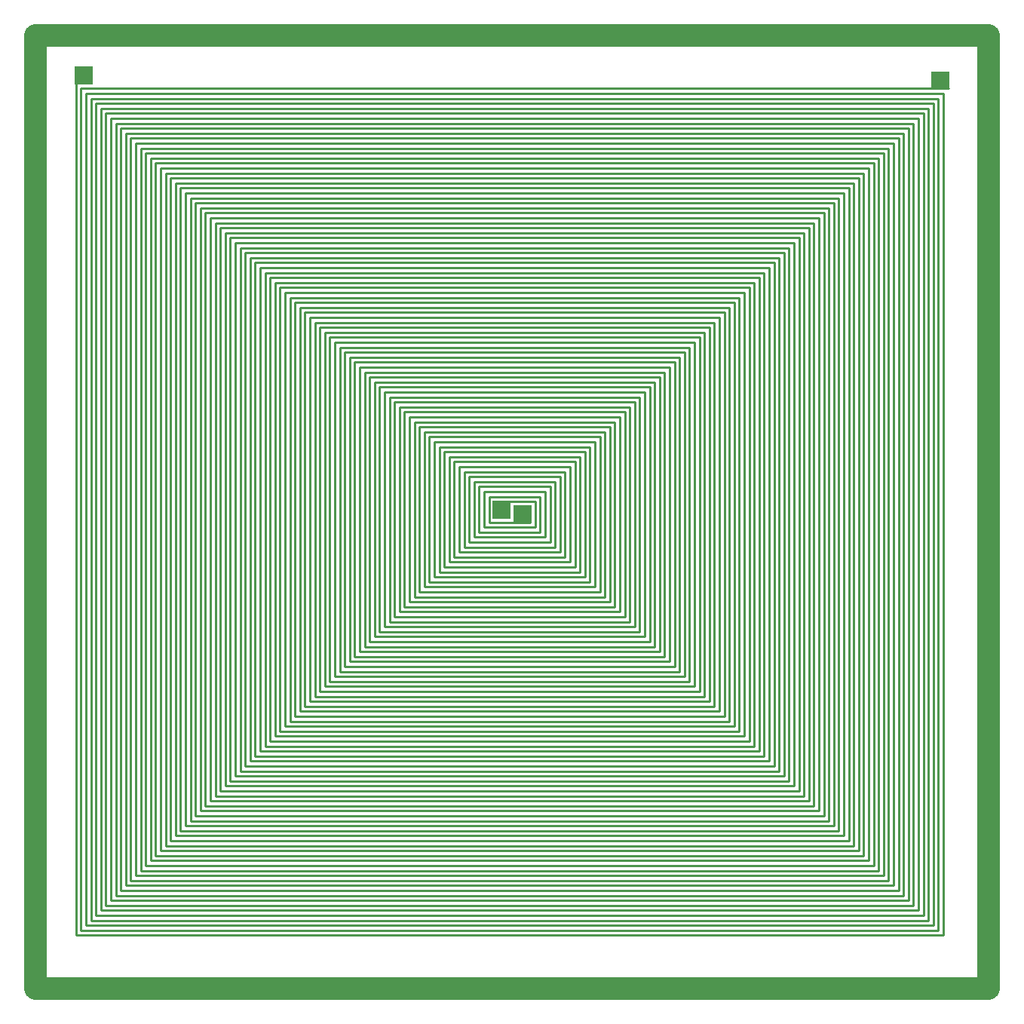
<source format=gbr>
G04 start of page 2 for group 0 idx 0 *
G04 Title: (unknown), component *
G04 Creator: pcb 1.99y *
G04 CreationDate: Mon Mar  9 18:38:30 2009 UTC *
G04 For: dj *
G04 Format: Gerber/RS-274X *
G04 PCB-Dimensions: 431200 431200 *
G04 PCB-Coordinate-Origin: lower left *
%MOIN*%
%FSLAX25Y25*%
%LNFRONT*%
%ADD11C,0.0110*%
%ADD12C,0.1000*%
%ADD13C,0.0200*%
%ADD14C,0.0300*%
G54D11*X181200Y186850D02*X247800D01*
X179000Y184650D02*X250000D01*
X176800Y182450D02*X252200D01*
X174600Y180250D02*X254400D01*
X172400Y178050D02*X256600D01*
X170200Y175850D02*X258800D01*
X168000Y173650D02*X261000D01*
X165800Y171450D02*X263200D01*
X163600Y169250D02*X265400D01*
X161400Y167050D02*X267600D01*
X159200Y164850D02*X269800D01*
X157000Y162650D02*X272000D01*
X154800Y160450D02*X274200D01*
X152600Y158250D02*X276400D01*
X150400Y156050D02*X278600D01*
X148200Y153850D02*X280800D01*
X146000Y151650D02*X283000D01*
X143800Y149450D02*X285200D01*
X141600Y147250D02*X287400D01*
X139400Y145050D02*X289600D01*
X137200Y142850D02*X291800D01*
X135000Y140650D02*X294000D01*
X132800Y138450D02*X296200D01*
X130600Y136250D02*X298400D01*
X256600Y178050D02*Y250950D01*
X258800Y175850D02*Y253150D01*
X261000Y173650D02*Y255350D01*
X263200Y171450D02*Y257550D01*
X265400Y169250D02*Y259750D01*
X267600Y167050D02*Y261950D01*
X269800Y164850D02*Y264150D01*
X272000Y162650D02*Y266350D01*
X274200Y160450D02*Y268550D01*
X276400Y158250D02*Y270750D01*
X278600Y156050D02*Y272950D01*
X280800Y153850D02*Y275150D01*
X283000Y151650D02*Y277350D01*
X285200Y149450D02*Y279550D01*
X287400Y147250D02*Y281750D01*
X289600Y145050D02*Y283950D01*
X291800Y142850D02*Y286150D01*
X294000Y140650D02*Y288350D01*
X296200Y138450D02*Y290550D01*
X298400Y136250D02*Y292750D01*
X300600Y134050D02*Y294950D01*
X302800Y131850D02*Y297150D01*
X305000Y129650D02*Y299350D01*
X307200Y127450D02*Y301550D01*
X309400Y125250D02*Y303750D01*
X311600Y123050D02*Y305950D01*
X313800Y120850D02*Y308150D01*
X316000Y118650D02*Y310350D01*
X318200Y116450D02*Y312550D01*
X320400Y114250D02*Y314750D01*
X322600Y112050D02*Y316950D01*
X324800Y109850D02*Y319150D01*
X327000Y107650D02*Y321350D01*
X329200Y105450D02*Y323550D01*
X331400Y103250D02*Y325750D01*
X333600Y101050D02*Y327950D01*
X335800Y98850D02*Y330150D01*
X338000Y96650D02*Y332350D01*
X340200Y94450D02*Y334550D01*
X342400Y92250D02*Y336750D01*
X344600Y90050D02*Y338950D01*
X346800Y87850D02*Y341150D01*
X349000Y85650D02*Y343350D01*
X351200Y83450D02*Y345550D01*
X353400Y81250D02*Y347750D01*
X355600Y79050D02*Y349950D01*
X357800Y76850D02*Y352150D01*
X360000Y74650D02*Y354350D01*
X362200Y72450D02*Y356550D01*
X364400Y70250D02*Y358750D01*
X366600Y68050D02*Y360950D01*
X368800Y65850D02*Y363150D01*
X371000Y63650D02*Y365350D01*
X373200Y61450D02*Y367550D01*
X375400Y59250D02*Y369750D01*
X128400Y134050D02*X300600D01*
X126200Y131850D02*X302800D01*
X124000Y129650D02*X305000D01*
X121800Y127450D02*X307200D01*
X119600Y125250D02*X309400D01*
X117400Y123050D02*X311600D01*
X115200Y120850D02*X313800D01*
X113000Y118650D02*X316000D01*
X110800Y116450D02*X318200D01*
X108600Y114250D02*X320400D01*
X106400Y112050D02*X322600D01*
X104200Y109850D02*X324800D01*
X102000Y107650D02*X327000D01*
X99800Y105450D02*X329200D01*
X97600Y103250D02*X331400D01*
X95400Y101050D02*X333600D01*
X93200Y98850D02*X335800D01*
X91000Y96650D02*X338000D01*
X88800Y94450D02*X340200D01*
X86600Y92250D02*X342400D01*
X84400Y90050D02*X344600D01*
X82200Y87850D02*X346800D01*
X80000Y85650D02*X349000D01*
X77800Y83450D02*X351200D01*
X75600Y81250D02*X353400D01*
X73400Y79050D02*X355600D01*
X71200Y76850D02*X357800D01*
X69000Y74650D02*X360000D01*
X66800Y72450D02*X362200D01*
X64600Y70250D02*X364400D01*
X62400Y68050D02*X366600D01*
X60200Y65850D02*X368800D01*
X58000Y63650D02*X371000D01*
X55800Y61450D02*X373200D01*
X53600Y59250D02*X375400D01*
X51400Y57050D02*X377600D01*
X201000Y206650D02*X228000D01*
X198800Y204450D02*X230200D01*
X196600Y202250D02*X232400D01*
X228000Y206650D02*Y222350D01*
X230200Y204450D02*Y224550D01*
X232400Y202250D02*Y226750D01*
X234600Y200050D02*Y228950D01*
X236800Y197850D02*Y231150D01*
X239000Y195650D02*Y233350D01*
X194400Y200050D02*X234600D01*
X192200Y197850D02*X236800D01*
X190000Y195650D02*X239000D01*
X187800Y193450D02*X241200D01*
X203200Y224550D02*X230200D01*
X201000Y226750D02*X232400D01*
X198800Y228950D02*X234600D01*
X196600Y231150D02*X236800D01*
X194400Y233350D02*X239000D01*
X192200Y235550D02*X241200D01*
X190000Y237750D02*X243400D01*
G54D12*X5000Y426200D02*X426200D01*
G54D11*X207600Y220150D02*X225800D01*
X223600Y211050D02*Y217950D01*
X205400Y222350D02*X228000D01*
X205400Y211050D02*X223600D01*
X205400D02*Y222350D01*
X203200Y208850D02*X225800D01*
X203200D02*Y224550D01*
X225800Y208850D02*Y220150D01*
X241200Y193450D02*Y235550D01*
X185600Y191250D02*X243400D01*
Y237750D01*
X183400Y189050D02*X245600D01*
X49200Y54850D02*X379800D01*
X47000Y52650D02*X382000D01*
X44800Y50450D02*X384200D01*
X42600Y48250D02*X386400D01*
X40400Y46050D02*X388600D01*
X38200Y43850D02*X390800D01*
X36000Y41650D02*X393000D01*
X33800Y39450D02*X395200D01*
X31600Y37250D02*X397400D01*
X29400Y35050D02*X399600D01*
X27200Y32850D02*X401800D01*
X25000Y30650D02*X404000D01*
X22800Y28450D02*X406200D01*
G54D12*X5000Y5000D02*X426200D01*
G54D11*X187800Y239950D02*X245600D01*
X185600Y242150D02*X247800D01*
X183400Y244350D02*X250000D01*
X181200Y246550D02*X252200D01*
X179000Y248750D02*X254400D01*
X176800Y250950D02*X256600D01*
X245600Y189050D02*Y239950D01*
X247800Y186850D02*Y242150D01*
X250000Y184650D02*Y244350D01*
X252200Y182450D02*Y246550D01*
X254400Y180250D02*Y248750D01*
X377600Y57050D02*Y371950D01*
X379800Y54850D02*Y374150D01*
X382000Y52650D02*Y376350D01*
X384200Y50450D02*Y378550D01*
X386400Y48250D02*Y380750D01*
X388600Y46050D02*Y382950D01*
X390800Y43850D02*Y385150D01*
X393000Y41650D02*Y387350D01*
X395200Y39450D02*Y389550D01*
X397400Y37250D02*Y391750D01*
X399600Y35050D02*Y393950D01*
X401800Y32850D02*Y396150D01*
X404000Y30650D02*Y398350D01*
X406200Y28450D02*Y400550D01*
G54D12*X426200Y5000D02*Y426200D01*
G54D11*X201000Y206650D02*Y226750D01*
X198800Y204450D02*Y228950D01*
X196600Y202250D02*Y231150D01*
X194400Y200050D02*Y233350D01*
X192200Y197850D02*Y235550D01*
X190000Y195650D02*Y237750D01*
X187800Y193450D02*Y239950D01*
X185600Y191250D02*Y242150D01*
X183400Y189050D02*Y244350D01*
X181200Y186850D02*Y246550D01*
X179000Y184650D02*Y248750D01*
X176800Y182450D02*Y250950D01*
X174600Y180250D02*Y253150D01*
X172400Y178050D02*Y255350D01*
X170200Y175850D02*Y257550D01*
X168000Y173650D02*Y259750D01*
X165800Y171450D02*Y261950D01*
X163600Y169250D02*Y264150D01*
X161400Y167050D02*Y266350D01*
X159200Y164850D02*Y268550D01*
X157000Y162650D02*Y270750D01*
X154800Y160450D02*Y272950D01*
X152600Y158250D02*Y275150D01*
X150400Y156050D02*Y277350D01*
X148200Y153850D02*Y279550D01*
X146000Y151650D02*Y281750D01*
X174600Y253150D02*X258800D01*
X172400Y255350D02*X261000D01*
X170200Y257550D02*X263200D01*
X168000Y259750D02*X265400D01*
X165800Y261950D02*X267600D01*
X163600Y264150D02*X269800D01*
X161400Y266350D02*X272000D01*
X159200Y268550D02*X274200D01*
X157000Y270750D02*X276400D01*
X154800Y272950D02*X278600D01*
X152600Y275150D02*X280800D01*
X150400Y277350D02*X283000D01*
X148200Y279550D02*X285200D01*
X146000Y281750D02*X287400D01*
X143800Y283950D02*X289600D01*
X141600Y286150D02*X291800D01*
X139400Y288350D02*X294000D01*
X137200Y290550D02*X296200D01*
X135000Y292750D02*X298400D01*
X132800Y294950D02*X300600D01*
X130600Y297150D02*X302800D01*
X128400Y299350D02*X305000D01*
X126200Y301550D02*X307200D01*
X124000Y303750D02*X309400D01*
X121800Y305950D02*X311600D01*
X119600Y308150D02*X313800D01*
X143800Y149450D02*Y283950D01*
X141600Y147250D02*Y286150D01*
X139400Y145050D02*Y288350D01*
X137200Y142850D02*Y290550D01*
X135000Y140650D02*Y292750D01*
X132800Y138450D02*Y294950D01*
X130600Y136250D02*Y297150D01*
X128400Y134050D02*Y299350D01*
X126200Y131850D02*Y301550D01*
X124000Y129650D02*Y303750D01*
X121800Y127450D02*Y305950D01*
X119600Y125250D02*Y308150D01*
X117400Y123050D02*Y310350D01*
X115200Y120850D02*Y312550D01*
X113000Y118650D02*Y314750D01*
X110800Y116450D02*Y316950D01*
X108600Y114250D02*Y319150D01*
X106400Y112050D02*Y321350D01*
X104200Y109850D02*Y323550D01*
X102000Y107650D02*Y325750D01*
X99800Y105450D02*Y327950D01*
X97600Y103250D02*Y330150D01*
X95400Y101050D02*Y332350D01*
X93200Y98850D02*Y334550D01*
X91000Y96650D02*Y336750D01*
X88800Y94450D02*Y338950D01*
X86600Y92250D02*Y341150D01*
X84400Y90050D02*Y343350D01*
X82200Y87850D02*Y345550D01*
X80000Y85650D02*Y347750D01*
X77800Y83450D02*Y349950D01*
X75600Y81250D02*Y352150D01*
X73400Y79050D02*Y354350D01*
X71200Y76850D02*Y356550D01*
X69000Y74650D02*Y358750D01*
X66800Y72450D02*Y360950D01*
X64600Y70250D02*Y363150D01*
X62400Y68050D02*Y365350D01*
X60200Y65850D02*Y367550D01*
X58000Y63650D02*Y369750D01*
X55800Y61450D02*Y371950D01*
X53600Y59250D02*Y374150D01*
X51400Y57050D02*Y376350D01*
X49200Y54850D02*Y378550D01*
X47000Y52650D02*Y380750D01*
X44800Y50450D02*Y382950D01*
X42600Y48250D02*Y385150D01*
X40400Y46050D02*Y387350D01*
X38200Y43850D02*Y389550D01*
X36000Y41650D02*Y391750D01*
X33800Y39450D02*Y393950D01*
X31600Y37250D02*Y396150D01*
X29400Y35050D02*Y398350D01*
X27200Y32850D02*Y400550D01*
X25000Y30650D02*Y402750D01*
X22800Y28450D02*Y404950D01*
G54D12*X5000Y5000D02*Y426200D01*
G54D11*X117400Y310350D02*X316000D01*
X115200Y312550D02*X318200D01*
X113000Y314750D02*X320400D01*
X110800Y316950D02*X322600D01*
X108600Y319150D02*X324800D01*
X106400Y321350D02*X327000D01*
X104200Y323550D02*X329200D01*
X102000Y325750D02*X331400D01*
X99800Y327950D02*X333600D01*
X97600Y330150D02*X335800D01*
X95400Y332350D02*X338000D01*
X93200Y334550D02*X340200D01*
X91000Y336750D02*X342400D01*
X88800Y338950D02*X344600D01*
X86600Y341150D02*X346800D01*
X84400Y343350D02*X349000D01*
X82200Y345550D02*X351200D01*
X80000Y347750D02*X353400D01*
X77800Y349950D02*X355600D01*
X75600Y352150D02*X357800D01*
X73400Y354350D02*X360000D01*
X71200Y356550D02*X362200D01*
X69000Y358750D02*X364400D01*
X66800Y360950D02*X366600D01*
X64600Y363150D02*X368800D01*
X62400Y365350D02*X371000D01*
X60200Y367550D02*X373200D01*
X58000Y369750D02*X375400D01*
X55800Y371950D02*X377600D01*
X53600Y374150D02*X379800D01*
X51400Y376350D02*X382000D01*
X49200Y378550D02*X384200D01*
X47000Y380750D02*X386400D01*
X44800Y382950D02*X388600D01*
X42600Y385150D02*X390800D01*
X40400Y387350D02*X393000D01*
X38200Y389550D02*X395200D01*
X36000Y391750D02*X397400D01*
X33800Y393950D02*X399600D01*
X31600Y396150D02*X401800D01*
X29400Y398350D02*X404000D01*
X27200Y400550D02*X406200D01*
X25000Y402750D02*X408400D01*
G54D13*G36*
X207050Y220700D02*Y212700D01*
X215050D01*
Y220700D01*
X207050D01*
G37*
G36*
X216150Y218500D02*Y210500D01*
X224150D01*
Y218500D01*
X216150D01*
G37*
G36*
X22250Y412400D02*Y404400D01*
X30250D01*
Y412400D01*
X22250D01*
G37*
G36*
X400950Y410200D02*Y402200D01*
X408950D01*
Y410200D01*
X400950D01*
G37*
G54D14*M02*

</source>
